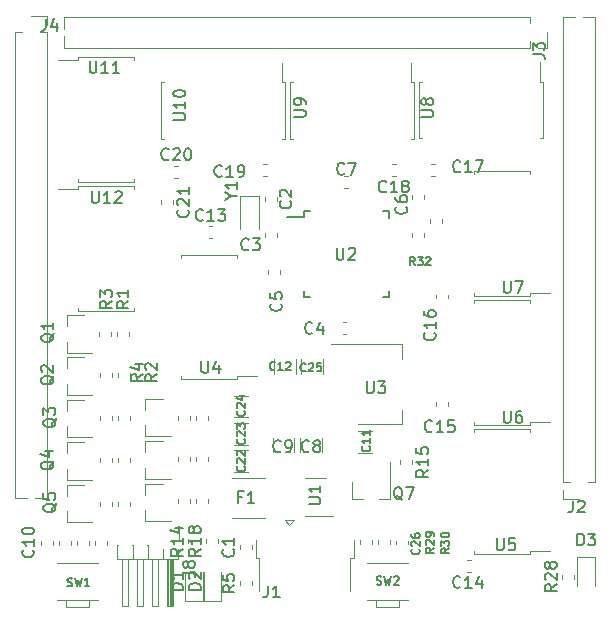
<source format=gto>
G04 #@! TF.GenerationSoftware,KiCad,Pcbnew,5.1.4*
G04 #@! TF.CreationDate,2019-11-13T17:36:06+01:00*
G04 #@! TF.ProjectId,cubet_hw,63756265-745f-4687-972e-6b696361645f,rev?*
G04 #@! TF.SameCoordinates,Original*
G04 #@! TF.FileFunction,Legend,Top*
G04 #@! TF.FilePolarity,Positive*
%FSLAX46Y46*%
G04 Gerber Fmt 4.6, Leading zero omitted, Abs format (unit mm)*
G04 Created by KiCad (PCBNEW 5.1.4) date 2019-11-13 17:36:06*
%MOMM*%
%LPD*%
G04 APERTURE LIST*
%ADD10C,0.150000*%
%ADD11C,0.120000*%
G04 APERTURE END LIST*
D10*
X74875000Y-66975000D02*
X74875000Y-67400000D01*
X82125000Y-66975000D02*
X82125000Y-67500000D01*
X82125000Y-74225000D02*
X82125000Y-73700000D01*
X74875000Y-74225000D02*
X74875000Y-73700000D01*
X74875000Y-66975000D02*
X75400000Y-66975000D01*
X74875000Y-74225000D02*
X75400000Y-74225000D01*
X82125000Y-74225000D02*
X81600000Y-74225000D01*
X82125000Y-66975000D02*
X81600000Y-66975000D01*
X74875000Y-67400000D02*
X73500000Y-67400000D01*
D11*
X69285000Y-80905000D02*
X70950000Y-80905000D01*
X69285000Y-81160000D02*
X69285000Y-80905000D01*
X66900000Y-81160000D02*
X69285000Y-81160000D01*
X64515000Y-81160000D02*
X64515000Y-80905000D01*
X66900000Y-81160000D02*
X64515000Y-81160000D01*
X69285000Y-70640000D02*
X69285000Y-70895000D01*
X66900000Y-70640000D02*
X69285000Y-70640000D01*
X64515000Y-70640000D02*
X64515000Y-70895000D01*
X66900000Y-70640000D02*
X64515000Y-70640000D01*
X73077000Y-56035000D02*
X73077000Y-54370000D01*
X73332000Y-56035000D02*
X73077000Y-56035000D01*
X73332000Y-58420000D02*
X73332000Y-56035000D01*
X73332000Y-60805000D02*
X73077000Y-60805000D01*
X73332000Y-58420000D02*
X73332000Y-60805000D01*
X62812000Y-56035000D02*
X63067000Y-56035000D01*
X62812000Y-58420000D02*
X62812000Y-56035000D01*
X62812000Y-60805000D02*
X63067000Y-60805000D01*
X62812000Y-58420000D02*
X62812000Y-60805000D01*
X73734000Y-58420000D02*
X73734000Y-60805000D01*
X73734000Y-60805000D02*
X73989000Y-60805000D01*
X73734000Y-58420000D02*
X73734000Y-56035000D01*
X73734000Y-56035000D02*
X73989000Y-56035000D01*
X84254000Y-58420000D02*
X84254000Y-60805000D01*
X84254000Y-60805000D02*
X83999000Y-60805000D01*
X84254000Y-58420000D02*
X84254000Y-56035000D01*
X84254000Y-56035000D02*
X83999000Y-56035000D01*
X83999000Y-56035000D02*
X83999000Y-54370000D01*
X94079000Y-95683000D02*
X95744000Y-95683000D01*
X94079000Y-95938000D02*
X94079000Y-95683000D01*
X91694000Y-95938000D02*
X94079000Y-95938000D01*
X89309000Y-95938000D02*
X89309000Y-95683000D01*
X91694000Y-95938000D02*
X89309000Y-95938000D01*
X94079000Y-85418000D02*
X94079000Y-85673000D01*
X91694000Y-85418000D02*
X94079000Y-85418000D01*
X89309000Y-85418000D02*
X89309000Y-85673000D01*
X91694000Y-85418000D02*
X89309000Y-85418000D01*
X70166064Y-82590000D02*
X68961936Y-82590000D01*
X70166064Y-84410000D02*
X68961936Y-84410000D01*
X68843748Y-92930000D02*
X71616252Y-92930000D01*
X68843748Y-89510000D02*
X71616252Y-89510000D01*
X76435000Y-87377064D02*
X76435000Y-86172936D01*
X74615000Y-87377064D02*
X74615000Y-86172936D01*
X61481000Y-82861000D02*
X62941000Y-82861000D01*
X61481000Y-86021000D02*
X63641000Y-86021000D01*
X61481000Y-86021000D02*
X61481000Y-85091000D01*
X61481000Y-82861000D02*
X61481000Y-83791000D01*
X61481000Y-86436000D02*
X62941000Y-86436000D01*
X61481000Y-89596000D02*
X63641000Y-89596000D01*
X61481000Y-89596000D02*
X61481000Y-88666000D01*
X61481000Y-86436000D02*
X61481000Y-87366000D01*
X61481000Y-90011000D02*
X62941000Y-90011000D01*
X61481000Y-93171000D02*
X63641000Y-93171000D01*
X61481000Y-93171000D02*
X61481000Y-92241000D01*
X61481000Y-90011000D02*
X61481000Y-90941000D01*
X54840000Y-90120000D02*
X56300000Y-90120000D01*
X54840000Y-93280000D02*
X57000000Y-93280000D01*
X54840000Y-93280000D02*
X54840000Y-92350000D01*
X54840000Y-90120000D02*
X54840000Y-91050000D01*
X54840000Y-86520000D02*
X56300000Y-86520000D01*
X54840000Y-89680000D02*
X57000000Y-89680000D01*
X54840000Y-89680000D02*
X54840000Y-88750000D01*
X54840000Y-86520000D02*
X54840000Y-87450000D01*
X54840000Y-82920000D02*
X56300000Y-82920000D01*
X54840000Y-86080000D02*
X57000000Y-86080000D01*
X54840000Y-86080000D02*
X54840000Y-85150000D01*
X54840000Y-82920000D02*
X54840000Y-83850000D01*
X54840000Y-79320000D02*
X56300000Y-79320000D01*
X54840000Y-82480000D02*
X57000000Y-82480000D01*
X54840000Y-82480000D02*
X54840000Y-81550000D01*
X54840000Y-79320000D02*
X54840000Y-80250000D01*
X54840000Y-75761000D02*
X56300000Y-75761000D01*
X54840000Y-78921000D02*
X57000000Y-78921000D01*
X54840000Y-78921000D02*
X54840000Y-77991000D01*
X54840000Y-75761000D02*
X54840000Y-76691000D01*
X71590000Y-69162779D02*
X71590000Y-68837221D01*
X72610000Y-69162779D02*
X72610000Y-68837221D01*
X72610000Y-65737221D02*
X72610000Y-66062779D01*
X71590000Y-65737221D02*
X71590000Y-66062779D01*
X70166064Y-84890000D02*
X68961936Y-84890000D01*
X70166064Y-86710000D02*
X68961936Y-86710000D01*
X84072000Y-65572421D02*
X84072000Y-65897979D01*
X85092000Y-65572421D02*
X85092000Y-65897979D01*
X66785000Y-91671267D02*
X66785000Y-91328733D01*
X65765000Y-91671267D02*
X65765000Y-91328733D01*
X98200000Y-91310000D02*
X96870000Y-91310000D01*
X96870000Y-91310000D02*
X96870000Y-90550000D01*
X96870000Y-89915000D02*
X96870000Y-50485000D01*
X97892470Y-50485000D02*
X96870000Y-50485000D01*
X99530000Y-50485000D02*
X98507530Y-50485000D01*
X99530000Y-89915000D02*
X99530000Y-50485000D01*
X97440000Y-89915000D02*
X96870000Y-89915000D01*
X99530000Y-89915000D02*
X98960000Y-89915000D01*
X71100000Y-68500000D02*
X71100000Y-65650000D01*
X71100000Y-65650000D02*
X69500000Y-65650000D01*
X69500000Y-65650000D02*
X69500000Y-68500000D01*
X85092000Y-69106867D02*
X85092000Y-68764333D01*
X84072000Y-69106867D02*
X84072000Y-68764333D01*
X86616000Y-67989267D02*
X86616000Y-67646733D01*
X85596000Y-67989267D02*
X85596000Y-67646733D01*
X79020000Y-91310000D02*
X79020000Y-89850000D01*
X82180000Y-91310000D02*
X82180000Y-88150000D01*
X82180000Y-91310000D02*
X81250000Y-91310000D01*
X79020000Y-91310000D02*
X79950000Y-91310000D01*
X51800000Y-50390000D02*
X53130000Y-50390000D01*
X53130000Y-50390000D02*
X53130000Y-51150000D01*
X53130000Y-51785000D02*
X53130000Y-91215000D01*
X52107530Y-91215000D02*
X53130000Y-91215000D01*
X50470000Y-91215000D02*
X51492470Y-91215000D01*
X50470000Y-51785000D02*
X50470000Y-91215000D01*
X52560000Y-51785000D02*
X53130000Y-51785000D01*
X50470000Y-51785000D02*
X51040000Y-51785000D01*
X95460000Y-51800000D02*
X95460000Y-53130000D01*
X95460000Y-53130000D02*
X94700000Y-53130000D01*
X94065000Y-53130000D02*
X54635000Y-53130000D01*
X54635000Y-52107530D02*
X54635000Y-53130000D01*
X54635000Y-50470000D02*
X54635000Y-51492470D01*
X94065000Y-50470000D02*
X54635000Y-50470000D01*
X94065000Y-52560000D02*
X94065000Y-53130000D01*
X94065000Y-50470000D02*
X94065000Y-51040000D01*
X83745000Y-99844000D02*
X80245000Y-99844000D01*
X80245000Y-96744000D02*
X83745000Y-96744000D01*
X81045000Y-100494000D02*
X81045000Y-99844000D01*
X82945000Y-100494000D02*
X81045000Y-100494000D01*
X82945000Y-99844000D02*
X82945000Y-100494000D01*
X82715000Y-94837221D02*
X82715000Y-95162779D01*
X83735000Y-94837221D02*
X83735000Y-95162779D01*
X82205000Y-95152779D02*
X82205000Y-94827221D01*
X81185000Y-95152779D02*
X81185000Y-94827221D01*
X79660000Y-94827221D02*
X79660000Y-95152779D01*
X80680000Y-94827221D02*
X80680000Y-95152779D01*
X55781000Y-65099000D02*
X54116000Y-65099000D01*
X55781000Y-64844000D02*
X55781000Y-65099000D01*
X58166000Y-64844000D02*
X55781000Y-64844000D01*
X60551000Y-64844000D02*
X60551000Y-65099000D01*
X58166000Y-64844000D02*
X60551000Y-64844000D01*
X55781000Y-75364000D02*
X55781000Y-75109000D01*
X58166000Y-75364000D02*
X55781000Y-75364000D01*
X60551000Y-75364000D02*
X60551000Y-75109000D01*
X58166000Y-75364000D02*
X60551000Y-75364000D01*
X55781000Y-54177000D02*
X54116000Y-54177000D01*
X55781000Y-53922000D02*
X55781000Y-54177000D01*
X58166000Y-53922000D02*
X55781000Y-53922000D01*
X60551000Y-53922000D02*
X60551000Y-54177000D01*
X58166000Y-53922000D02*
X60551000Y-53922000D01*
X55781000Y-64442000D02*
X55781000Y-64187000D01*
X58166000Y-64442000D02*
X55781000Y-64442000D01*
X60551000Y-64442000D02*
X60551000Y-64187000D01*
X58166000Y-64442000D02*
X60551000Y-64442000D01*
X94905000Y-56015000D02*
X94905000Y-54350000D01*
X95160000Y-56015000D02*
X94905000Y-56015000D01*
X95160000Y-58400000D02*
X95160000Y-56015000D01*
X95160000Y-60785000D02*
X94905000Y-60785000D01*
X95160000Y-58400000D02*
X95160000Y-60785000D01*
X84640000Y-56015000D02*
X84895000Y-56015000D01*
X84640000Y-58400000D02*
X84640000Y-56015000D01*
X84640000Y-60785000D02*
X84895000Y-60785000D01*
X84640000Y-58400000D02*
X84640000Y-60785000D01*
X94079000Y-73839000D02*
X95744000Y-73839000D01*
X94079000Y-74094000D02*
X94079000Y-73839000D01*
X91694000Y-74094000D02*
X94079000Y-74094000D01*
X89309000Y-74094000D02*
X89309000Y-73839000D01*
X91694000Y-74094000D02*
X89309000Y-74094000D01*
X94079000Y-63574000D02*
X94079000Y-63829000D01*
X91694000Y-63574000D02*
X94079000Y-63574000D01*
X89309000Y-63574000D02*
X89309000Y-63829000D01*
X91694000Y-63574000D02*
X89309000Y-63574000D01*
X94079000Y-84761000D02*
X95744000Y-84761000D01*
X94079000Y-85016000D02*
X94079000Y-84761000D01*
X91694000Y-85016000D02*
X94079000Y-85016000D01*
X89309000Y-85016000D02*
X89309000Y-84761000D01*
X91694000Y-85016000D02*
X89309000Y-85016000D01*
X94079000Y-74496000D02*
X94079000Y-74751000D01*
X91694000Y-74496000D02*
X94079000Y-74496000D01*
X89309000Y-74496000D02*
X89309000Y-74751000D01*
X91694000Y-74496000D02*
X89309000Y-74496000D01*
X77200000Y-78190000D02*
X83210000Y-78190000D01*
X79450000Y-85010000D02*
X83210000Y-85010000D01*
X83210000Y-78190000D02*
X83210000Y-79450000D01*
X83210000Y-85010000D02*
X83210000Y-83750000D01*
X76760000Y-89510000D02*
X74960000Y-89510000D01*
X74960000Y-92730000D02*
X77410000Y-92730000D01*
X56679000Y-99850000D02*
X56679000Y-100500000D01*
X56679000Y-100500000D02*
X54779000Y-100500000D01*
X54779000Y-100500000D02*
X54779000Y-99850000D01*
X53979000Y-96750000D02*
X57479000Y-96750000D01*
X57479000Y-99850000D02*
X53979000Y-99850000D01*
X97785000Y-98071267D02*
X97785000Y-97728733D01*
X96765000Y-98071267D02*
X96765000Y-97728733D01*
X65251000Y-91319733D02*
X65251000Y-91662267D01*
X64231000Y-91319733D02*
X64231000Y-91662267D01*
X65260000Y-87728733D02*
X65260000Y-88071267D01*
X64240000Y-87728733D02*
X64240000Y-88071267D01*
X65790000Y-88071267D02*
X65790000Y-87728733D01*
X66810000Y-88071267D02*
X66810000Y-87728733D01*
X56735000Y-94887221D02*
X56735000Y-95212779D01*
X55715000Y-94887221D02*
X55715000Y-95212779D01*
X66635000Y-95071267D02*
X66635000Y-94728733D01*
X67655000Y-95071267D02*
X67655000Y-94728733D01*
X54165000Y-95212779D02*
X54165000Y-94887221D01*
X55185000Y-95212779D02*
X55185000Y-94887221D01*
X57240000Y-95212779D02*
X57240000Y-94887221D01*
X58260000Y-95212779D02*
X58260000Y-94887221D01*
X83040000Y-88037221D02*
X83040000Y-88362779D01*
X84060000Y-88037221D02*
X84060000Y-88362779D01*
X65110000Y-95071267D02*
X65110000Y-94728733D01*
X66130000Y-95071267D02*
X66130000Y-94728733D01*
X65251000Y-84269733D02*
X65251000Y-84612267D01*
X64231000Y-84269733D02*
X64231000Y-84612267D01*
X58651000Y-91569733D02*
X58651000Y-91912267D01*
X57631000Y-91569733D02*
X57631000Y-91912267D01*
X65731000Y-84612267D02*
X65731000Y-84269733D01*
X66751000Y-84612267D02*
X66751000Y-84269733D01*
X59131000Y-91912267D02*
X59131000Y-91569733D01*
X60151000Y-91912267D02*
X60151000Y-91569733D01*
X58651000Y-87869733D02*
X58651000Y-88212267D01*
X57631000Y-87869733D02*
X57631000Y-88212267D01*
X57631000Y-84269733D02*
X57631000Y-84612267D01*
X58651000Y-84269733D02*
X58651000Y-84612267D01*
X59131000Y-88212267D02*
X59131000Y-87869733D01*
X60151000Y-88212267D02*
X60151000Y-87869733D01*
X60151000Y-84612267D02*
X60151000Y-84269733D01*
X59131000Y-84612267D02*
X59131000Y-84269733D01*
X69490000Y-98612779D02*
X69490000Y-98287221D01*
X70510000Y-98612779D02*
X70510000Y-98287221D01*
X57631000Y-80669733D02*
X57631000Y-81012267D01*
X58651000Y-80669733D02*
X58651000Y-81012267D01*
X57590000Y-77169733D02*
X57590000Y-77512267D01*
X58610000Y-77169733D02*
X58610000Y-77512267D01*
X60151000Y-81012267D02*
X60151000Y-80669733D01*
X59131000Y-81012267D02*
X59131000Y-80669733D01*
X60110000Y-77512267D02*
X60110000Y-77169733D01*
X59090000Y-77512267D02*
X59090000Y-77169733D01*
X64275000Y-95560000D02*
X64275000Y-96360000D01*
X64275000Y-96360000D02*
X59075000Y-96360000D01*
X59075000Y-96360000D02*
X59075000Y-95240000D01*
X59075000Y-95240000D02*
X59150323Y-95240000D01*
X63840000Y-96360000D02*
X63840000Y-100360000D01*
X63840000Y-100360000D02*
X63320000Y-100360000D01*
X63320000Y-100360000D02*
X63320000Y-96360000D01*
X63780000Y-96360000D02*
X63780000Y-100360000D01*
X63660000Y-96360000D02*
X63660000Y-100360000D01*
X63540000Y-96360000D02*
X63540000Y-100360000D01*
X63420000Y-96360000D02*
X63420000Y-100360000D01*
X62945000Y-95560000D02*
X62945000Y-96360000D01*
X62570000Y-96360000D02*
X62570000Y-100360000D01*
X62570000Y-100360000D02*
X62050000Y-100360000D01*
X62050000Y-100360000D02*
X62050000Y-96360000D01*
X61675000Y-95240000D02*
X61675000Y-96360000D01*
X61690323Y-95240000D02*
X61659677Y-95240000D01*
X61300000Y-96360000D02*
X61300000Y-100360000D01*
X61300000Y-100360000D02*
X60780000Y-100360000D01*
X60780000Y-100360000D02*
X60780000Y-96360000D01*
X60405000Y-95240000D02*
X60405000Y-96360000D01*
X60420323Y-95240000D02*
X60389677Y-95240000D01*
X60030000Y-96360000D02*
X60030000Y-100360000D01*
X60030000Y-100360000D02*
X59510000Y-100360000D01*
X59510000Y-100360000D02*
X59510000Y-96360000D01*
X63580000Y-94040000D02*
X64340000Y-94040000D01*
X64340000Y-94040000D02*
X64340000Y-94800000D01*
X73675000Y-93540000D02*
X73275000Y-93090000D01*
X73275000Y-93090000D02*
X74075000Y-93090000D01*
X74075000Y-93090000D02*
X73675000Y-93540000D01*
X78825000Y-99140000D02*
X78825000Y-96340000D01*
X78825000Y-96340000D02*
X79125000Y-96340000D01*
X79125000Y-96340000D02*
X79125000Y-94790000D01*
X71125000Y-99140000D02*
X71125000Y-96340000D01*
X70825000Y-96340000D02*
X71125000Y-96340000D01*
X70825000Y-96340000D02*
X70825000Y-94790000D01*
X98065000Y-96240000D02*
X98065000Y-98700000D01*
X99535000Y-96240000D02*
X98065000Y-96240000D01*
X99535000Y-98700000D02*
X99535000Y-96240000D01*
X66410000Y-97475000D02*
X66410000Y-99935000D01*
X66410000Y-99935000D02*
X67880000Y-99935000D01*
X67880000Y-99935000D02*
X67880000Y-97475000D01*
X64874000Y-97465000D02*
X64874000Y-99925000D01*
X64874000Y-99925000D02*
X66344000Y-99925000D01*
X66344000Y-99925000D02*
X66344000Y-97465000D01*
X76510000Y-80702064D02*
X76510000Y-79497936D01*
X74690000Y-80702064D02*
X74690000Y-79497936D01*
X70166064Y-87190000D02*
X68961936Y-87190000D01*
X70166064Y-89010000D02*
X68961936Y-89010000D01*
X62790000Y-66037221D02*
X62790000Y-66362779D01*
X63810000Y-66037221D02*
X63810000Y-66362779D01*
X63937221Y-64110000D02*
X64262779Y-64110000D01*
X63937221Y-63090000D02*
X64262779Y-63090000D01*
X71762779Y-62990000D02*
X71437221Y-62990000D01*
X71762779Y-64010000D02*
X71437221Y-64010000D01*
X82675279Y-62965000D02*
X82349721Y-62965000D01*
X82675279Y-63985000D02*
X82349721Y-63985000D01*
X86014779Y-62965000D02*
X85689221Y-62965000D01*
X86014779Y-63985000D02*
X85689221Y-63985000D01*
X86090000Y-74005221D02*
X86090000Y-74330779D01*
X87110000Y-74005221D02*
X87110000Y-74330779D01*
X87110000Y-83462779D02*
X87110000Y-83137221D01*
X86090000Y-83462779D02*
X86090000Y-83137221D01*
X88737221Y-97538000D02*
X89062779Y-97538000D01*
X88737221Y-96518000D02*
X89062779Y-96518000D01*
X66837221Y-69260000D02*
X67162779Y-69260000D01*
X66837221Y-68240000D02*
X67162779Y-68240000D01*
X74210000Y-80702064D02*
X74210000Y-79497936D01*
X72390000Y-80702064D02*
X72390000Y-79497936D01*
X79497936Y-87410000D02*
X80702064Y-87410000D01*
X79497936Y-85590000D02*
X80702064Y-85590000D01*
X53660000Y-94887221D02*
X53660000Y-95212779D01*
X52640000Y-94887221D02*
X52640000Y-95212779D01*
X74110000Y-87377064D02*
X74110000Y-86172936D01*
X72290000Y-87377064D02*
X72290000Y-86172936D01*
X78337221Y-63990000D02*
X78662779Y-63990000D01*
X78337221Y-65010000D02*
X78662779Y-65010000D01*
X71890000Y-72262779D02*
X71890000Y-71937221D01*
X72910000Y-72262779D02*
X72910000Y-71937221D01*
X78512779Y-76290000D02*
X78187221Y-76290000D01*
X78512779Y-77310000D02*
X78187221Y-77310000D01*
X69480000Y-95575279D02*
X69480000Y-95249721D01*
X70500000Y-95575279D02*
X70500000Y-95249721D01*
D10*
X77688095Y-70052380D02*
X77688095Y-70861904D01*
X77735714Y-70957142D01*
X77783333Y-71004761D01*
X77878571Y-71052380D01*
X78069047Y-71052380D01*
X78164285Y-71004761D01*
X78211904Y-70957142D01*
X78259523Y-70861904D01*
X78259523Y-70052380D01*
X78688095Y-70147619D02*
X78735714Y-70100000D01*
X78830952Y-70052380D01*
X79069047Y-70052380D01*
X79164285Y-70100000D01*
X79211904Y-70147619D01*
X79259523Y-70242857D01*
X79259523Y-70338095D01*
X79211904Y-70480952D01*
X78640476Y-71052380D01*
X79259523Y-71052380D01*
X66238095Y-79652380D02*
X66238095Y-80461904D01*
X66285714Y-80557142D01*
X66333333Y-80604761D01*
X66428571Y-80652380D01*
X66619047Y-80652380D01*
X66714285Y-80604761D01*
X66761904Y-80557142D01*
X66809523Y-80461904D01*
X66809523Y-79652380D01*
X67714285Y-79985714D02*
X67714285Y-80652380D01*
X67476190Y-79604761D02*
X67238095Y-80319047D01*
X67857142Y-80319047D01*
X63852380Y-59238095D02*
X64661904Y-59238095D01*
X64757142Y-59190476D01*
X64804761Y-59142857D01*
X64852380Y-59047619D01*
X64852380Y-58857142D01*
X64804761Y-58761904D01*
X64757142Y-58714285D01*
X64661904Y-58666666D01*
X63852380Y-58666666D01*
X64852380Y-57666666D02*
X64852380Y-58238095D01*
X64852380Y-57952380D02*
X63852380Y-57952380D01*
X63995238Y-58047619D01*
X64090476Y-58142857D01*
X64138095Y-58238095D01*
X63852380Y-57047619D02*
X63852380Y-56952380D01*
X63900000Y-56857142D01*
X63947619Y-56809523D01*
X64042857Y-56761904D01*
X64233333Y-56714285D01*
X64471428Y-56714285D01*
X64661904Y-56761904D01*
X64757142Y-56809523D01*
X64804761Y-56857142D01*
X64852380Y-56952380D01*
X64852380Y-57047619D01*
X64804761Y-57142857D01*
X64757142Y-57190476D01*
X64661904Y-57238095D01*
X64471428Y-57285714D01*
X64233333Y-57285714D01*
X64042857Y-57238095D01*
X63947619Y-57190476D01*
X63900000Y-57142857D01*
X63852380Y-57047619D01*
X74052380Y-58961904D02*
X74861904Y-58961904D01*
X74957142Y-58914285D01*
X75004761Y-58866666D01*
X75052380Y-58771428D01*
X75052380Y-58580952D01*
X75004761Y-58485714D01*
X74957142Y-58438095D01*
X74861904Y-58390476D01*
X74052380Y-58390476D01*
X75052380Y-57866666D02*
X75052380Y-57676190D01*
X75004761Y-57580952D01*
X74957142Y-57533333D01*
X74814285Y-57438095D01*
X74623809Y-57390476D01*
X74242857Y-57390476D01*
X74147619Y-57438095D01*
X74100000Y-57485714D01*
X74052380Y-57580952D01*
X74052380Y-57771428D01*
X74100000Y-57866666D01*
X74147619Y-57914285D01*
X74242857Y-57961904D01*
X74480952Y-57961904D01*
X74576190Y-57914285D01*
X74623809Y-57866666D01*
X74671428Y-57771428D01*
X74671428Y-57580952D01*
X74623809Y-57485714D01*
X74576190Y-57438095D01*
X74480952Y-57390476D01*
X91238095Y-94652380D02*
X91238095Y-95461904D01*
X91285714Y-95557142D01*
X91333333Y-95604761D01*
X91428571Y-95652380D01*
X91619047Y-95652380D01*
X91714285Y-95604761D01*
X91761904Y-95557142D01*
X91809523Y-95461904D01*
X91809523Y-94652380D01*
X92761904Y-94652380D02*
X92285714Y-94652380D01*
X92238095Y-95128571D01*
X92285714Y-95080952D01*
X92380952Y-95033333D01*
X92619047Y-95033333D01*
X92714285Y-95080952D01*
X92761904Y-95128571D01*
X92809523Y-95223809D01*
X92809523Y-95461904D01*
X92761904Y-95557142D01*
X92714285Y-95604761D01*
X92619047Y-95652380D01*
X92380952Y-95652380D01*
X92285714Y-95604761D01*
X92238095Y-95557142D01*
X69850000Y-83850000D02*
X69883333Y-83883333D01*
X69916666Y-83983333D01*
X69916666Y-84050000D01*
X69883333Y-84150000D01*
X69816666Y-84216666D01*
X69750000Y-84250000D01*
X69616666Y-84283333D01*
X69516666Y-84283333D01*
X69383333Y-84250000D01*
X69316666Y-84216666D01*
X69250000Y-84150000D01*
X69216666Y-84050000D01*
X69216666Y-83983333D01*
X69250000Y-83883333D01*
X69283333Y-83850000D01*
X69283333Y-83583333D02*
X69250000Y-83550000D01*
X69216666Y-83483333D01*
X69216666Y-83316666D01*
X69250000Y-83250000D01*
X69283333Y-83216666D01*
X69350000Y-83183333D01*
X69416666Y-83183333D01*
X69516666Y-83216666D01*
X69916666Y-83616666D01*
X69916666Y-83183333D01*
X69450000Y-82583333D02*
X69916666Y-82583333D01*
X69183333Y-82750000D02*
X69683333Y-82916666D01*
X69683333Y-82483333D01*
X69666666Y-91128571D02*
X69333333Y-91128571D01*
X69333333Y-91652380D02*
X69333333Y-90652380D01*
X69809523Y-90652380D01*
X70714285Y-91652380D02*
X70142857Y-91652380D01*
X70428571Y-91652380D02*
X70428571Y-90652380D01*
X70333333Y-90795238D01*
X70238095Y-90890476D01*
X70142857Y-90938095D01*
X75333333Y-87257142D02*
X75285714Y-87304761D01*
X75142857Y-87352380D01*
X75047619Y-87352380D01*
X74904761Y-87304761D01*
X74809523Y-87209523D01*
X74761904Y-87114285D01*
X74714285Y-86923809D01*
X74714285Y-86780952D01*
X74761904Y-86590476D01*
X74809523Y-86495238D01*
X74904761Y-86400000D01*
X75047619Y-86352380D01*
X75142857Y-86352380D01*
X75285714Y-86400000D01*
X75333333Y-86447619D01*
X75904761Y-86780952D02*
X75809523Y-86733333D01*
X75761904Y-86685714D01*
X75714285Y-86590476D01*
X75714285Y-86542857D01*
X75761904Y-86447619D01*
X75809523Y-86400000D01*
X75904761Y-86352380D01*
X76095238Y-86352380D01*
X76190476Y-86400000D01*
X76238095Y-86447619D01*
X76285714Y-86542857D01*
X76285714Y-86590476D01*
X76238095Y-86685714D01*
X76190476Y-86733333D01*
X76095238Y-86780952D01*
X75904761Y-86780952D01*
X75809523Y-86828571D01*
X75761904Y-86876190D01*
X75714285Y-86971428D01*
X75714285Y-87161904D01*
X75761904Y-87257142D01*
X75809523Y-87304761D01*
X75904761Y-87352380D01*
X76095238Y-87352380D01*
X76190476Y-87304761D01*
X76238095Y-87257142D01*
X76285714Y-87161904D01*
X76285714Y-86971428D01*
X76238095Y-86876190D01*
X76190476Y-86828571D01*
X76095238Y-86780952D01*
X53947619Y-91695238D02*
X53900000Y-91790476D01*
X53804761Y-91885714D01*
X53661904Y-92028571D01*
X53614285Y-92123809D01*
X53614285Y-92219047D01*
X53852380Y-92171428D02*
X53804761Y-92266666D01*
X53709523Y-92361904D01*
X53519047Y-92409523D01*
X53185714Y-92409523D01*
X52995238Y-92361904D01*
X52900000Y-92266666D01*
X52852380Y-92171428D01*
X52852380Y-91980952D01*
X52900000Y-91885714D01*
X52995238Y-91790476D01*
X53185714Y-91742857D01*
X53519047Y-91742857D01*
X53709523Y-91790476D01*
X53804761Y-91885714D01*
X53852380Y-91980952D01*
X53852380Y-92171428D01*
X52852380Y-90838095D02*
X52852380Y-91314285D01*
X53328571Y-91361904D01*
X53280952Y-91314285D01*
X53233333Y-91219047D01*
X53233333Y-90980952D01*
X53280952Y-90885714D01*
X53328571Y-90838095D01*
X53423809Y-90790476D01*
X53661904Y-90790476D01*
X53757142Y-90838095D01*
X53804761Y-90885714D01*
X53852380Y-90980952D01*
X53852380Y-91219047D01*
X53804761Y-91314285D01*
X53757142Y-91361904D01*
X53747619Y-88095238D02*
X53700000Y-88190476D01*
X53604761Y-88285714D01*
X53461904Y-88428571D01*
X53414285Y-88523809D01*
X53414285Y-88619047D01*
X53652380Y-88571428D02*
X53604761Y-88666666D01*
X53509523Y-88761904D01*
X53319047Y-88809523D01*
X52985714Y-88809523D01*
X52795238Y-88761904D01*
X52700000Y-88666666D01*
X52652380Y-88571428D01*
X52652380Y-88380952D01*
X52700000Y-88285714D01*
X52795238Y-88190476D01*
X52985714Y-88142857D01*
X53319047Y-88142857D01*
X53509523Y-88190476D01*
X53604761Y-88285714D01*
X53652380Y-88380952D01*
X53652380Y-88571428D01*
X52985714Y-87285714D02*
X53652380Y-87285714D01*
X52604761Y-87523809D02*
X53319047Y-87761904D01*
X53319047Y-87142857D01*
X53947619Y-84495238D02*
X53900000Y-84590476D01*
X53804761Y-84685714D01*
X53661904Y-84828571D01*
X53614285Y-84923809D01*
X53614285Y-85019047D01*
X53852380Y-84971428D02*
X53804761Y-85066666D01*
X53709523Y-85161904D01*
X53519047Y-85209523D01*
X53185714Y-85209523D01*
X52995238Y-85161904D01*
X52900000Y-85066666D01*
X52852380Y-84971428D01*
X52852380Y-84780952D01*
X52900000Y-84685714D01*
X52995238Y-84590476D01*
X53185714Y-84542857D01*
X53519047Y-84542857D01*
X53709523Y-84590476D01*
X53804761Y-84685714D01*
X53852380Y-84780952D01*
X53852380Y-84971428D01*
X52852380Y-84209523D02*
X52852380Y-83590476D01*
X53233333Y-83923809D01*
X53233333Y-83780952D01*
X53280952Y-83685714D01*
X53328571Y-83638095D01*
X53423809Y-83590476D01*
X53661904Y-83590476D01*
X53757142Y-83638095D01*
X53804761Y-83685714D01*
X53852380Y-83780952D01*
X53852380Y-84066666D01*
X53804761Y-84161904D01*
X53757142Y-84209523D01*
X53747619Y-80895238D02*
X53700000Y-80990476D01*
X53604761Y-81085714D01*
X53461904Y-81228571D01*
X53414285Y-81323809D01*
X53414285Y-81419047D01*
X53652380Y-81371428D02*
X53604761Y-81466666D01*
X53509523Y-81561904D01*
X53319047Y-81609523D01*
X52985714Y-81609523D01*
X52795238Y-81561904D01*
X52700000Y-81466666D01*
X52652380Y-81371428D01*
X52652380Y-81180952D01*
X52700000Y-81085714D01*
X52795238Y-80990476D01*
X52985714Y-80942857D01*
X53319047Y-80942857D01*
X53509523Y-80990476D01*
X53604761Y-81085714D01*
X53652380Y-81180952D01*
X53652380Y-81371428D01*
X52747619Y-80561904D02*
X52700000Y-80514285D01*
X52652380Y-80419047D01*
X52652380Y-80180952D01*
X52700000Y-80085714D01*
X52747619Y-80038095D01*
X52842857Y-79990476D01*
X52938095Y-79990476D01*
X53080952Y-80038095D01*
X53652380Y-80609523D01*
X53652380Y-79990476D01*
X53747619Y-77295238D02*
X53700000Y-77390476D01*
X53604761Y-77485714D01*
X53461904Y-77628571D01*
X53414285Y-77723809D01*
X53414285Y-77819047D01*
X53652380Y-77771428D02*
X53604761Y-77866666D01*
X53509523Y-77961904D01*
X53319047Y-78009523D01*
X52985714Y-78009523D01*
X52795238Y-77961904D01*
X52700000Y-77866666D01*
X52652380Y-77771428D01*
X52652380Y-77580952D01*
X52700000Y-77485714D01*
X52795238Y-77390476D01*
X52985714Y-77342857D01*
X53319047Y-77342857D01*
X53509523Y-77390476D01*
X53604761Y-77485714D01*
X53652380Y-77580952D01*
X53652380Y-77771428D01*
X53652380Y-76390476D02*
X53652380Y-76961904D01*
X53652380Y-76676190D02*
X52652380Y-76676190D01*
X52795238Y-76771428D01*
X52890476Y-76866666D01*
X52938095Y-76961904D01*
X70233333Y-70157142D02*
X70185714Y-70204761D01*
X70042857Y-70252380D01*
X69947619Y-70252380D01*
X69804761Y-70204761D01*
X69709523Y-70109523D01*
X69661904Y-70014285D01*
X69614285Y-69823809D01*
X69614285Y-69680952D01*
X69661904Y-69490476D01*
X69709523Y-69395238D01*
X69804761Y-69300000D01*
X69947619Y-69252380D01*
X70042857Y-69252380D01*
X70185714Y-69300000D01*
X70233333Y-69347619D01*
X70566666Y-69252380D02*
X71185714Y-69252380D01*
X70852380Y-69633333D01*
X70995238Y-69633333D01*
X71090476Y-69680952D01*
X71138095Y-69728571D01*
X71185714Y-69823809D01*
X71185714Y-70061904D01*
X71138095Y-70157142D01*
X71090476Y-70204761D01*
X70995238Y-70252380D01*
X70709523Y-70252380D01*
X70614285Y-70204761D01*
X70566666Y-70157142D01*
X73757142Y-66066666D02*
X73804761Y-66114285D01*
X73852380Y-66257142D01*
X73852380Y-66352380D01*
X73804761Y-66495238D01*
X73709523Y-66590476D01*
X73614285Y-66638095D01*
X73423809Y-66685714D01*
X73280952Y-66685714D01*
X73090476Y-66638095D01*
X72995238Y-66590476D01*
X72900000Y-66495238D01*
X72852380Y-66352380D01*
X72852380Y-66257142D01*
X72900000Y-66114285D01*
X72947619Y-66066666D01*
X72947619Y-65685714D02*
X72900000Y-65638095D01*
X72852380Y-65542857D01*
X72852380Y-65304761D01*
X72900000Y-65209523D01*
X72947619Y-65161904D01*
X73042857Y-65114285D01*
X73138095Y-65114285D01*
X73280952Y-65161904D01*
X73852380Y-65733333D01*
X73852380Y-65114285D01*
X69850000Y-86250000D02*
X69883333Y-86283333D01*
X69916666Y-86383333D01*
X69916666Y-86450000D01*
X69883333Y-86550000D01*
X69816666Y-86616666D01*
X69750000Y-86650000D01*
X69616666Y-86683333D01*
X69516666Y-86683333D01*
X69383333Y-86650000D01*
X69316666Y-86616666D01*
X69250000Y-86550000D01*
X69216666Y-86450000D01*
X69216666Y-86383333D01*
X69250000Y-86283333D01*
X69283333Y-86250000D01*
X69283333Y-85983333D02*
X69250000Y-85950000D01*
X69216666Y-85883333D01*
X69216666Y-85716666D01*
X69250000Y-85650000D01*
X69283333Y-85616666D01*
X69350000Y-85583333D01*
X69416666Y-85583333D01*
X69516666Y-85616666D01*
X69916666Y-86016666D01*
X69916666Y-85583333D01*
X69216666Y-85350000D02*
X69216666Y-84916666D01*
X69483333Y-85150000D01*
X69483333Y-85050000D01*
X69516666Y-84983333D01*
X69550000Y-84950000D01*
X69616666Y-84916666D01*
X69783333Y-84916666D01*
X69850000Y-84950000D01*
X69883333Y-84983333D01*
X69916666Y-85050000D01*
X69916666Y-85250000D01*
X69883333Y-85316666D01*
X69850000Y-85350000D01*
X83557142Y-66566666D02*
X83604761Y-66614285D01*
X83652380Y-66757142D01*
X83652380Y-66852380D01*
X83604761Y-66995238D01*
X83509523Y-67090476D01*
X83414285Y-67138095D01*
X83223809Y-67185714D01*
X83080952Y-67185714D01*
X82890476Y-67138095D01*
X82795238Y-67090476D01*
X82700000Y-66995238D01*
X82652380Y-66852380D01*
X82652380Y-66757142D01*
X82700000Y-66614285D01*
X82747619Y-66566666D01*
X82652380Y-65709523D02*
X82652380Y-65900000D01*
X82700000Y-65995238D01*
X82747619Y-66042857D01*
X82890476Y-66138095D01*
X83080952Y-66185714D01*
X83461904Y-66185714D01*
X83557142Y-66138095D01*
X83604761Y-66090476D01*
X83652380Y-65995238D01*
X83652380Y-65804761D01*
X83604761Y-65709523D01*
X83557142Y-65661904D01*
X83461904Y-65614285D01*
X83223809Y-65614285D01*
X83128571Y-65661904D01*
X83080952Y-65709523D01*
X83033333Y-65804761D01*
X83033333Y-65995238D01*
X83080952Y-66090476D01*
X83128571Y-66138095D01*
X83223809Y-66185714D01*
X97666666Y-91452380D02*
X97666666Y-92166666D01*
X97619047Y-92309523D01*
X97523809Y-92404761D01*
X97380952Y-92452380D01*
X97285714Y-92452380D01*
X98095238Y-91547619D02*
X98142857Y-91500000D01*
X98238095Y-91452380D01*
X98476190Y-91452380D01*
X98571428Y-91500000D01*
X98619047Y-91547619D01*
X98666666Y-91642857D01*
X98666666Y-91738095D01*
X98619047Y-91880952D01*
X98047619Y-92452380D01*
X98666666Y-92452380D01*
X68776190Y-65676190D02*
X69252380Y-65676190D01*
X68252380Y-66009523D02*
X68776190Y-65676190D01*
X68252380Y-65342857D01*
X69252380Y-64485714D02*
X69252380Y-65057142D01*
X69252380Y-64771428D02*
X68252380Y-64771428D01*
X68395238Y-64866666D01*
X68490476Y-64961904D01*
X68538095Y-65057142D01*
X84300000Y-71516666D02*
X84066666Y-71183333D01*
X83900000Y-71516666D02*
X83900000Y-70816666D01*
X84166666Y-70816666D01*
X84233333Y-70850000D01*
X84266666Y-70883333D01*
X84300000Y-70950000D01*
X84300000Y-71050000D01*
X84266666Y-71116666D01*
X84233333Y-71150000D01*
X84166666Y-71183333D01*
X83900000Y-71183333D01*
X84533333Y-70816666D02*
X84966666Y-70816666D01*
X84733333Y-71083333D01*
X84833333Y-71083333D01*
X84900000Y-71116666D01*
X84933333Y-71150000D01*
X84966666Y-71216666D01*
X84966666Y-71383333D01*
X84933333Y-71450000D01*
X84900000Y-71483333D01*
X84833333Y-71516666D01*
X84633333Y-71516666D01*
X84566666Y-71483333D01*
X84533333Y-71450000D01*
X85233333Y-70883333D02*
X85266666Y-70850000D01*
X85333333Y-70816666D01*
X85500000Y-70816666D01*
X85566666Y-70850000D01*
X85600000Y-70883333D01*
X85633333Y-70950000D01*
X85633333Y-71016666D01*
X85600000Y-71116666D01*
X85200000Y-71516666D01*
X85633333Y-71516666D01*
X83254761Y-91397619D02*
X83159523Y-91350000D01*
X83064285Y-91254761D01*
X82921428Y-91111904D01*
X82826190Y-91064285D01*
X82730952Y-91064285D01*
X82778571Y-91302380D02*
X82683333Y-91254761D01*
X82588095Y-91159523D01*
X82540476Y-90969047D01*
X82540476Y-90635714D01*
X82588095Y-90445238D01*
X82683333Y-90350000D01*
X82778571Y-90302380D01*
X82969047Y-90302380D01*
X83064285Y-90350000D01*
X83159523Y-90445238D01*
X83207142Y-90635714D01*
X83207142Y-90969047D01*
X83159523Y-91159523D01*
X83064285Y-91254761D01*
X82969047Y-91302380D01*
X82778571Y-91302380D01*
X83540476Y-90302380D02*
X84207142Y-90302380D01*
X83778571Y-91302380D01*
X53066666Y-50652380D02*
X53066666Y-51366666D01*
X53019047Y-51509523D01*
X52923809Y-51604761D01*
X52780952Y-51652380D01*
X52685714Y-51652380D01*
X53971428Y-50985714D02*
X53971428Y-51652380D01*
X53733333Y-50604761D02*
X53495238Y-51319047D01*
X54114285Y-51319047D01*
X94302380Y-53683333D02*
X95016666Y-53683333D01*
X95159523Y-53730952D01*
X95254761Y-53826190D01*
X95302380Y-53969047D01*
X95302380Y-54064285D01*
X94302380Y-53302380D02*
X94302380Y-52683333D01*
X94683333Y-53016666D01*
X94683333Y-52873809D01*
X94730952Y-52778571D01*
X94778571Y-52730952D01*
X94873809Y-52683333D01*
X95111904Y-52683333D01*
X95207142Y-52730952D01*
X95254761Y-52778571D01*
X95302380Y-52873809D01*
X95302380Y-53159523D01*
X95254761Y-53254761D01*
X95207142Y-53302380D01*
X81066666Y-98533333D02*
X81166666Y-98566666D01*
X81333333Y-98566666D01*
X81400000Y-98533333D01*
X81433333Y-98500000D01*
X81466666Y-98433333D01*
X81466666Y-98366666D01*
X81433333Y-98300000D01*
X81400000Y-98266666D01*
X81333333Y-98233333D01*
X81200000Y-98200000D01*
X81133333Y-98166666D01*
X81100000Y-98133333D01*
X81066666Y-98066666D01*
X81066666Y-98000000D01*
X81100000Y-97933333D01*
X81133333Y-97900000D01*
X81200000Y-97866666D01*
X81366666Y-97866666D01*
X81466666Y-97900000D01*
X81700000Y-97866666D02*
X81866666Y-98566666D01*
X82000000Y-98066666D01*
X82133333Y-98566666D01*
X82300000Y-97866666D01*
X82533333Y-97933333D02*
X82566666Y-97900000D01*
X82633333Y-97866666D01*
X82800000Y-97866666D01*
X82866666Y-97900000D01*
X82900000Y-97933333D01*
X82933333Y-98000000D01*
X82933333Y-98066666D01*
X82900000Y-98166666D01*
X82500000Y-98566666D01*
X82933333Y-98566666D01*
X87216666Y-95500000D02*
X86883333Y-95733333D01*
X87216666Y-95900000D02*
X86516666Y-95900000D01*
X86516666Y-95633333D01*
X86550000Y-95566666D01*
X86583333Y-95533333D01*
X86650000Y-95500000D01*
X86750000Y-95500000D01*
X86816666Y-95533333D01*
X86850000Y-95566666D01*
X86883333Y-95633333D01*
X86883333Y-95900000D01*
X86516666Y-95266666D02*
X86516666Y-94833333D01*
X86783333Y-95066666D01*
X86783333Y-94966666D01*
X86816666Y-94900000D01*
X86850000Y-94866666D01*
X86916666Y-94833333D01*
X87083333Y-94833333D01*
X87150000Y-94866666D01*
X87183333Y-94900000D01*
X87216666Y-94966666D01*
X87216666Y-95166666D01*
X87183333Y-95233333D01*
X87150000Y-95266666D01*
X86516666Y-94400000D02*
X86516666Y-94333333D01*
X86550000Y-94266666D01*
X86583333Y-94233333D01*
X86650000Y-94200000D01*
X86783333Y-94166666D01*
X86950000Y-94166666D01*
X87083333Y-94200000D01*
X87150000Y-94233333D01*
X87183333Y-94266666D01*
X87216666Y-94333333D01*
X87216666Y-94400000D01*
X87183333Y-94466666D01*
X87150000Y-94500000D01*
X87083333Y-94533333D01*
X86950000Y-94566666D01*
X86783333Y-94566666D01*
X86650000Y-94533333D01*
X86583333Y-94500000D01*
X86550000Y-94466666D01*
X86516666Y-94400000D01*
X85916666Y-95450000D02*
X85583333Y-95683333D01*
X85916666Y-95850000D02*
X85216666Y-95850000D01*
X85216666Y-95583333D01*
X85250000Y-95516666D01*
X85283333Y-95483333D01*
X85350000Y-95450000D01*
X85450000Y-95450000D01*
X85516666Y-95483333D01*
X85550000Y-95516666D01*
X85583333Y-95583333D01*
X85583333Y-95850000D01*
X85283333Y-95183333D02*
X85250000Y-95150000D01*
X85216666Y-95083333D01*
X85216666Y-94916666D01*
X85250000Y-94850000D01*
X85283333Y-94816666D01*
X85350000Y-94783333D01*
X85416666Y-94783333D01*
X85516666Y-94816666D01*
X85916666Y-95216666D01*
X85916666Y-94783333D01*
X85916666Y-94450000D02*
X85916666Y-94316666D01*
X85883333Y-94250000D01*
X85850000Y-94216666D01*
X85750000Y-94150000D01*
X85616666Y-94116666D01*
X85350000Y-94116666D01*
X85283333Y-94150000D01*
X85250000Y-94183333D01*
X85216666Y-94250000D01*
X85216666Y-94383333D01*
X85250000Y-94450000D01*
X85283333Y-94483333D01*
X85350000Y-94516666D01*
X85516666Y-94516666D01*
X85583333Y-94483333D01*
X85616666Y-94450000D01*
X85650000Y-94383333D01*
X85650000Y-94250000D01*
X85616666Y-94183333D01*
X85583333Y-94150000D01*
X85516666Y-94116666D01*
X84650000Y-95550000D02*
X84683333Y-95583333D01*
X84716666Y-95683333D01*
X84716666Y-95750000D01*
X84683333Y-95850000D01*
X84616666Y-95916666D01*
X84550000Y-95950000D01*
X84416666Y-95983333D01*
X84316666Y-95983333D01*
X84183333Y-95950000D01*
X84116666Y-95916666D01*
X84050000Y-95850000D01*
X84016666Y-95750000D01*
X84016666Y-95683333D01*
X84050000Y-95583333D01*
X84083333Y-95550000D01*
X84083333Y-95283333D02*
X84050000Y-95250000D01*
X84016666Y-95183333D01*
X84016666Y-95016666D01*
X84050000Y-94950000D01*
X84083333Y-94916666D01*
X84150000Y-94883333D01*
X84216666Y-94883333D01*
X84316666Y-94916666D01*
X84716666Y-95316666D01*
X84716666Y-94883333D01*
X84016666Y-94283333D02*
X84016666Y-94416666D01*
X84050000Y-94483333D01*
X84083333Y-94516666D01*
X84183333Y-94583333D01*
X84316666Y-94616666D01*
X84583333Y-94616666D01*
X84650000Y-94583333D01*
X84683333Y-94550000D01*
X84716666Y-94483333D01*
X84716666Y-94350000D01*
X84683333Y-94283333D01*
X84650000Y-94250000D01*
X84583333Y-94216666D01*
X84416666Y-94216666D01*
X84350000Y-94250000D01*
X84316666Y-94283333D01*
X84283333Y-94350000D01*
X84283333Y-94483333D01*
X84316666Y-94550000D01*
X84350000Y-94583333D01*
X84416666Y-94616666D01*
X56961904Y-65252380D02*
X56961904Y-66061904D01*
X57009523Y-66157142D01*
X57057142Y-66204761D01*
X57152380Y-66252380D01*
X57342857Y-66252380D01*
X57438095Y-66204761D01*
X57485714Y-66157142D01*
X57533333Y-66061904D01*
X57533333Y-65252380D01*
X58533333Y-66252380D02*
X57961904Y-66252380D01*
X58247619Y-66252380D02*
X58247619Y-65252380D01*
X58152380Y-65395238D01*
X58057142Y-65490476D01*
X57961904Y-65538095D01*
X58914285Y-65347619D02*
X58961904Y-65300000D01*
X59057142Y-65252380D01*
X59295238Y-65252380D01*
X59390476Y-65300000D01*
X59438095Y-65347619D01*
X59485714Y-65442857D01*
X59485714Y-65538095D01*
X59438095Y-65680952D01*
X58866666Y-66252380D01*
X59485714Y-66252380D01*
X56761904Y-54252380D02*
X56761904Y-55061904D01*
X56809523Y-55157142D01*
X56857142Y-55204761D01*
X56952380Y-55252380D01*
X57142857Y-55252380D01*
X57238095Y-55204761D01*
X57285714Y-55157142D01*
X57333333Y-55061904D01*
X57333333Y-54252380D01*
X58333333Y-55252380D02*
X57761904Y-55252380D01*
X58047619Y-55252380D02*
X58047619Y-54252380D01*
X57952380Y-54395238D01*
X57857142Y-54490476D01*
X57761904Y-54538095D01*
X59285714Y-55252380D02*
X58714285Y-55252380D01*
X59000000Y-55252380D02*
X59000000Y-54252380D01*
X58904761Y-54395238D01*
X58809523Y-54490476D01*
X58714285Y-54538095D01*
X84852380Y-58961904D02*
X85661904Y-58961904D01*
X85757142Y-58914285D01*
X85804761Y-58866666D01*
X85852380Y-58771428D01*
X85852380Y-58580952D01*
X85804761Y-58485714D01*
X85757142Y-58438095D01*
X85661904Y-58390476D01*
X84852380Y-58390476D01*
X85280952Y-57771428D02*
X85233333Y-57866666D01*
X85185714Y-57914285D01*
X85090476Y-57961904D01*
X85042857Y-57961904D01*
X84947619Y-57914285D01*
X84900000Y-57866666D01*
X84852380Y-57771428D01*
X84852380Y-57580952D01*
X84900000Y-57485714D01*
X84947619Y-57438095D01*
X85042857Y-57390476D01*
X85090476Y-57390476D01*
X85185714Y-57438095D01*
X85233333Y-57485714D01*
X85280952Y-57580952D01*
X85280952Y-57771428D01*
X85328571Y-57866666D01*
X85376190Y-57914285D01*
X85471428Y-57961904D01*
X85661904Y-57961904D01*
X85757142Y-57914285D01*
X85804761Y-57866666D01*
X85852380Y-57771428D01*
X85852380Y-57580952D01*
X85804761Y-57485714D01*
X85757142Y-57438095D01*
X85661904Y-57390476D01*
X85471428Y-57390476D01*
X85376190Y-57438095D01*
X85328571Y-57485714D01*
X85280952Y-57580952D01*
X91838095Y-72852380D02*
X91838095Y-73661904D01*
X91885714Y-73757142D01*
X91933333Y-73804761D01*
X92028571Y-73852380D01*
X92219047Y-73852380D01*
X92314285Y-73804761D01*
X92361904Y-73757142D01*
X92409523Y-73661904D01*
X92409523Y-72852380D01*
X92790476Y-72852380D02*
X93457142Y-72852380D01*
X93028571Y-73852380D01*
X91838095Y-83852380D02*
X91838095Y-84661904D01*
X91885714Y-84757142D01*
X91933333Y-84804761D01*
X92028571Y-84852380D01*
X92219047Y-84852380D01*
X92314285Y-84804761D01*
X92361904Y-84757142D01*
X92409523Y-84661904D01*
X92409523Y-83852380D01*
X93314285Y-83852380D02*
X93123809Y-83852380D01*
X93028571Y-83900000D01*
X92980952Y-83947619D01*
X92885714Y-84090476D01*
X92838095Y-84280952D01*
X92838095Y-84661904D01*
X92885714Y-84757142D01*
X92933333Y-84804761D01*
X93028571Y-84852380D01*
X93219047Y-84852380D01*
X93314285Y-84804761D01*
X93361904Y-84757142D01*
X93409523Y-84661904D01*
X93409523Y-84423809D01*
X93361904Y-84328571D01*
X93314285Y-84280952D01*
X93219047Y-84233333D01*
X93028571Y-84233333D01*
X92933333Y-84280952D01*
X92885714Y-84328571D01*
X92838095Y-84423809D01*
X80238095Y-81352380D02*
X80238095Y-82161904D01*
X80285714Y-82257142D01*
X80333333Y-82304761D01*
X80428571Y-82352380D01*
X80619047Y-82352380D01*
X80714285Y-82304761D01*
X80761904Y-82257142D01*
X80809523Y-82161904D01*
X80809523Y-81352380D01*
X81190476Y-81352380D02*
X81809523Y-81352380D01*
X81476190Y-81733333D01*
X81619047Y-81733333D01*
X81714285Y-81780952D01*
X81761904Y-81828571D01*
X81809523Y-81923809D01*
X81809523Y-82161904D01*
X81761904Y-82257142D01*
X81714285Y-82304761D01*
X81619047Y-82352380D01*
X81333333Y-82352380D01*
X81238095Y-82304761D01*
X81190476Y-82257142D01*
X75312380Y-91761904D02*
X76121904Y-91761904D01*
X76217142Y-91714285D01*
X76264761Y-91666666D01*
X76312380Y-91571428D01*
X76312380Y-91380952D01*
X76264761Y-91285714D01*
X76217142Y-91238095D01*
X76121904Y-91190476D01*
X75312380Y-91190476D01*
X76312380Y-90190476D02*
X76312380Y-90761904D01*
X76312380Y-90476190D02*
X75312380Y-90476190D01*
X75455238Y-90571428D01*
X75550476Y-90666666D01*
X75598095Y-90761904D01*
X54866666Y-98683333D02*
X54966666Y-98716666D01*
X55133333Y-98716666D01*
X55200000Y-98683333D01*
X55233333Y-98650000D01*
X55266666Y-98583333D01*
X55266666Y-98516666D01*
X55233333Y-98450000D01*
X55200000Y-98416666D01*
X55133333Y-98383333D01*
X55000000Y-98350000D01*
X54933333Y-98316666D01*
X54900000Y-98283333D01*
X54866666Y-98216666D01*
X54866666Y-98150000D01*
X54900000Y-98083333D01*
X54933333Y-98050000D01*
X55000000Y-98016666D01*
X55166666Y-98016666D01*
X55266666Y-98050000D01*
X55500000Y-98016666D02*
X55666666Y-98716666D01*
X55800000Y-98216666D01*
X55933333Y-98716666D01*
X56100000Y-98016666D01*
X56733333Y-98716666D02*
X56333333Y-98716666D01*
X56533333Y-98716666D02*
X56533333Y-98016666D01*
X56466666Y-98116666D01*
X56400000Y-98183333D01*
X56333333Y-98216666D01*
X96297380Y-98542857D02*
X95821190Y-98876190D01*
X96297380Y-99114285D02*
X95297380Y-99114285D01*
X95297380Y-98733333D01*
X95345000Y-98638095D01*
X95392619Y-98590476D01*
X95487857Y-98542857D01*
X95630714Y-98542857D01*
X95725952Y-98590476D01*
X95773571Y-98638095D01*
X95821190Y-98733333D01*
X95821190Y-99114285D01*
X95392619Y-98161904D02*
X95345000Y-98114285D01*
X95297380Y-98019047D01*
X95297380Y-97780952D01*
X95345000Y-97685714D01*
X95392619Y-97638095D01*
X95487857Y-97590476D01*
X95583095Y-97590476D01*
X95725952Y-97638095D01*
X96297380Y-98209523D01*
X96297380Y-97590476D01*
X95725952Y-97019047D02*
X95678333Y-97114285D01*
X95630714Y-97161904D01*
X95535476Y-97209523D01*
X95487857Y-97209523D01*
X95392619Y-97161904D01*
X95345000Y-97114285D01*
X95297380Y-97019047D01*
X95297380Y-96828571D01*
X95345000Y-96733333D01*
X95392619Y-96685714D01*
X95487857Y-96638095D01*
X95535476Y-96638095D01*
X95630714Y-96685714D01*
X95678333Y-96733333D01*
X95725952Y-96828571D01*
X95725952Y-97019047D01*
X95773571Y-97114285D01*
X95821190Y-97161904D01*
X95916428Y-97209523D01*
X96106904Y-97209523D01*
X96202142Y-97161904D01*
X96249761Y-97114285D01*
X96297380Y-97019047D01*
X96297380Y-96828571D01*
X96249761Y-96733333D01*
X96202142Y-96685714D01*
X96106904Y-96638095D01*
X95916428Y-96638095D01*
X95821190Y-96685714D01*
X95773571Y-96733333D01*
X95725952Y-96828571D01*
X66167380Y-95542857D02*
X65691190Y-95876190D01*
X66167380Y-96114285D02*
X65167380Y-96114285D01*
X65167380Y-95733333D01*
X65215000Y-95638095D01*
X65262619Y-95590476D01*
X65357857Y-95542857D01*
X65500714Y-95542857D01*
X65595952Y-95590476D01*
X65643571Y-95638095D01*
X65691190Y-95733333D01*
X65691190Y-96114285D01*
X66167380Y-94590476D02*
X66167380Y-95161904D01*
X66167380Y-94876190D02*
X65167380Y-94876190D01*
X65310238Y-94971428D01*
X65405476Y-95066666D01*
X65453095Y-95161904D01*
X65595952Y-94019047D02*
X65548333Y-94114285D01*
X65500714Y-94161904D01*
X65405476Y-94209523D01*
X65357857Y-94209523D01*
X65262619Y-94161904D01*
X65215000Y-94114285D01*
X65167380Y-94019047D01*
X65167380Y-93828571D01*
X65215000Y-93733333D01*
X65262619Y-93685714D01*
X65357857Y-93638095D01*
X65405476Y-93638095D01*
X65500714Y-93685714D01*
X65548333Y-93733333D01*
X65595952Y-93828571D01*
X65595952Y-94019047D01*
X65643571Y-94114285D01*
X65691190Y-94161904D01*
X65786428Y-94209523D01*
X65976904Y-94209523D01*
X66072142Y-94161904D01*
X66119761Y-94114285D01*
X66167380Y-94019047D01*
X66167380Y-93828571D01*
X66119761Y-93733333D01*
X66072142Y-93685714D01*
X65976904Y-93638095D01*
X65786428Y-93638095D01*
X65691190Y-93685714D01*
X65643571Y-93733333D01*
X65595952Y-93828571D01*
X85432380Y-88842857D02*
X84956190Y-89176190D01*
X85432380Y-89414285D02*
X84432380Y-89414285D01*
X84432380Y-89033333D01*
X84480000Y-88938095D01*
X84527619Y-88890476D01*
X84622857Y-88842857D01*
X84765714Y-88842857D01*
X84860952Y-88890476D01*
X84908571Y-88938095D01*
X84956190Y-89033333D01*
X84956190Y-89414285D01*
X85432380Y-87890476D02*
X85432380Y-88461904D01*
X85432380Y-88176190D02*
X84432380Y-88176190D01*
X84575238Y-88271428D01*
X84670476Y-88366666D01*
X84718095Y-88461904D01*
X84432380Y-86985714D02*
X84432380Y-87461904D01*
X84908571Y-87509523D01*
X84860952Y-87461904D01*
X84813333Y-87366666D01*
X84813333Y-87128571D01*
X84860952Y-87033333D01*
X84908571Y-86985714D01*
X85003809Y-86938095D01*
X85241904Y-86938095D01*
X85337142Y-86985714D01*
X85384761Y-87033333D01*
X85432380Y-87128571D01*
X85432380Y-87366666D01*
X85384761Y-87461904D01*
X85337142Y-87509523D01*
X64642380Y-95542857D02*
X64166190Y-95876190D01*
X64642380Y-96114285D02*
X63642380Y-96114285D01*
X63642380Y-95733333D01*
X63690000Y-95638095D01*
X63737619Y-95590476D01*
X63832857Y-95542857D01*
X63975714Y-95542857D01*
X64070952Y-95590476D01*
X64118571Y-95638095D01*
X64166190Y-95733333D01*
X64166190Y-96114285D01*
X64642380Y-94590476D02*
X64642380Y-95161904D01*
X64642380Y-94876190D02*
X63642380Y-94876190D01*
X63785238Y-94971428D01*
X63880476Y-95066666D01*
X63928095Y-95161904D01*
X63975714Y-93733333D02*
X64642380Y-93733333D01*
X63594761Y-93971428D02*
X64309047Y-94209523D01*
X64309047Y-93590476D01*
X69022380Y-98616666D02*
X68546190Y-98950000D01*
X69022380Y-99188095D02*
X68022380Y-99188095D01*
X68022380Y-98807142D01*
X68070000Y-98711904D01*
X68117619Y-98664285D01*
X68212857Y-98616666D01*
X68355714Y-98616666D01*
X68450952Y-98664285D01*
X68498571Y-98711904D01*
X68546190Y-98807142D01*
X68546190Y-99188095D01*
X68022380Y-97711904D02*
X68022380Y-98188095D01*
X68498571Y-98235714D01*
X68450952Y-98188095D01*
X68403333Y-98092857D01*
X68403333Y-97854761D01*
X68450952Y-97759523D01*
X68498571Y-97711904D01*
X68593809Y-97664285D01*
X68831904Y-97664285D01*
X68927142Y-97711904D01*
X68974761Y-97759523D01*
X69022380Y-97854761D01*
X69022380Y-98092857D01*
X68974761Y-98188095D01*
X68927142Y-98235714D01*
X61252380Y-80766666D02*
X60776190Y-81100000D01*
X61252380Y-81338095D02*
X60252380Y-81338095D01*
X60252380Y-80957142D01*
X60300000Y-80861904D01*
X60347619Y-80814285D01*
X60442857Y-80766666D01*
X60585714Y-80766666D01*
X60680952Y-80814285D01*
X60728571Y-80861904D01*
X60776190Y-80957142D01*
X60776190Y-81338095D01*
X60585714Y-79909523D02*
X61252380Y-79909523D01*
X60204761Y-80147619D02*
X60919047Y-80385714D01*
X60919047Y-79766666D01*
X58652380Y-74566666D02*
X58176190Y-74900000D01*
X58652380Y-75138095D02*
X57652380Y-75138095D01*
X57652380Y-74757142D01*
X57700000Y-74661904D01*
X57747619Y-74614285D01*
X57842857Y-74566666D01*
X57985714Y-74566666D01*
X58080952Y-74614285D01*
X58128571Y-74661904D01*
X58176190Y-74757142D01*
X58176190Y-75138095D01*
X57652380Y-74233333D02*
X57652380Y-73614285D01*
X58033333Y-73947619D01*
X58033333Y-73804761D01*
X58080952Y-73709523D01*
X58128571Y-73661904D01*
X58223809Y-73614285D01*
X58461904Y-73614285D01*
X58557142Y-73661904D01*
X58604761Y-73709523D01*
X58652380Y-73804761D01*
X58652380Y-74090476D01*
X58604761Y-74185714D01*
X58557142Y-74233333D01*
X62452380Y-80766666D02*
X61976190Y-81100000D01*
X62452380Y-81338095D02*
X61452380Y-81338095D01*
X61452380Y-80957142D01*
X61500000Y-80861904D01*
X61547619Y-80814285D01*
X61642857Y-80766666D01*
X61785714Y-80766666D01*
X61880952Y-80814285D01*
X61928571Y-80861904D01*
X61976190Y-80957142D01*
X61976190Y-81338095D01*
X61547619Y-80385714D02*
X61500000Y-80338095D01*
X61452380Y-80242857D01*
X61452380Y-80004761D01*
X61500000Y-79909523D01*
X61547619Y-79861904D01*
X61642857Y-79814285D01*
X61738095Y-79814285D01*
X61880952Y-79861904D01*
X62452380Y-80433333D01*
X62452380Y-79814285D01*
X60052380Y-74566666D02*
X59576190Y-74900000D01*
X60052380Y-75138095D02*
X59052380Y-75138095D01*
X59052380Y-74757142D01*
X59100000Y-74661904D01*
X59147619Y-74614285D01*
X59242857Y-74566666D01*
X59385714Y-74566666D01*
X59480952Y-74614285D01*
X59528571Y-74661904D01*
X59576190Y-74757142D01*
X59576190Y-75138095D01*
X60052380Y-73614285D02*
X60052380Y-74185714D01*
X60052380Y-73900000D02*
X59052380Y-73900000D01*
X59195238Y-73995238D01*
X59290476Y-74090476D01*
X59338095Y-74185714D01*
X64667380Y-97565833D02*
X65381666Y-97565833D01*
X65524523Y-97613452D01*
X65619761Y-97708690D01*
X65667380Y-97851547D01*
X65667380Y-97946785D01*
X65095952Y-96946785D02*
X65048333Y-97042023D01*
X65000714Y-97089642D01*
X64905476Y-97137261D01*
X64857857Y-97137261D01*
X64762619Y-97089642D01*
X64715000Y-97042023D01*
X64667380Y-96946785D01*
X64667380Y-96756309D01*
X64715000Y-96661071D01*
X64762619Y-96613452D01*
X64857857Y-96565833D01*
X64905476Y-96565833D01*
X65000714Y-96613452D01*
X65048333Y-96661071D01*
X65095952Y-96756309D01*
X65095952Y-96946785D01*
X65143571Y-97042023D01*
X65191190Y-97089642D01*
X65286428Y-97137261D01*
X65476904Y-97137261D01*
X65572142Y-97089642D01*
X65619761Y-97042023D01*
X65667380Y-96946785D01*
X65667380Y-96756309D01*
X65619761Y-96661071D01*
X65572142Y-96613452D01*
X65476904Y-96565833D01*
X65286428Y-96565833D01*
X65191190Y-96613452D01*
X65143571Y-96661071D01*
X65095952Y-96756309D01*
X71866666Y-98652380D02*
X71866666Y-99366666D01*
X71819047Y-99509523D01*
X71723809Y-99604761D01*
X71580952Y-99652380D01*
X71485714Y-99652380D01*
X72866666Y-99652380D02*
X72295238Y-99652380D01*
X72580952Y-99652380D02*
X72580952Y-98652380D01*
X72485714Y-98795238D01*
X72390476Y-98890476D01*
X72295238Y-98938095D01*
X98061904Y-95252380D02*
X98061904Y-94252380D01*
X98300000Y-94252380D01*
X98442857Y-94300000D01*
X98538095Y-94395238D01*
X98585714Y-94490476D01*
X98633333Y-94680952D01*
X98633333Y-94823809D01*
X98585714Y-95014285D01*
X98538095Y-95109523D01*
X98442857Y-95204761D01*
X98300000Y-95252380D01*
X98061904Y-95252380D01*
X98966666Y-94252380D02*
X99585714Y-94252380D01*
X99252380Y-94633333D01*
X99395238Y-94633333D01*
X99490476Y-94680952D01*
X99538095Y-94728571D01*
X99585714Y-94823809D01*
X99585714Y-95061904D01*
X99538095Y-95157142D01*
X99490476Y-95204761D01*
X99395238Y-95252380D01*
X99109523Y-95252380D01*
X99014285Y-95204761D01*
X98966666Y-95157142D01*
X66167380Y-99013095D02*
X65167380Y-99013095D01*
X65167380Y-98775000D01*
X65215000Y-98632142D01*
X65310238Y-98536904D01*
X65405476Y-98489285D01*
X65595952Y-98441666D01*
X65738809Y-98441666D01*
X65929285Y-98489285D01*
X66024523Y-98536904D01*
X66119761Y-98632142D01*
X66167380Y-98775000D01*
X66167380Y-99013095D01*
X65262619Y-98060714D02*
X65215000Y-98013095D01*
X65167380Y-97917857D01*
X65167380Y-97679761D01*
X65215000Y-97584523D01*
X65262619Y-97536904D01*
X65357857Y-97489285D01*
X65453095Y-97489285D01*
X65595952Y-97536904D01*
X66167380Y-98108333D01*
X66167380Y-97489285D01*
X64631380Y-99003095D02*
X63631380Y-99003095D01*
X63631380Y-98765000D01*
X63679000Y-98622142D01*
X63774238Y-98526904D01*
X63869476Y-98479285D01*
X64059952Y-98431666D01*
X64202809Y-98431666D01*
X64393285Y-98479285D01*
X64488523Y-98526904D01*
X64583761Y-98622142D01*
X64631380Y-98765000D01*
X64631380Y-99003095D01*
X64631380Y-97479285D02*
X64631380Y-98050714D01*
X64631380Y-97765000D02*
X63631380Y-97765000D01*
X63774238Y-97860238D01*
X63869476Y-97955476D01*
X63917095Y-98050714D01*
X75050000Y-80450000D02*
X75016666Y-80483333D01*
X74916666Y-80516666D01*
X74850000Y-80516666D01*
X74750000Y-80483333D01*
X74683333Y-80416666D01*
X74650000Y-80350000D01*
X74616666Y-80216666D01*
X74616666Y-80116666D01*
X74650000Y-79983333D01*
X74683333Y-79916666D01*
X74750000Y-79850000D01*
X74850000Y-79816666D01*
X74916666Y-79816666D01*
X75016666Y-79850000D01*
X75050000Y-79883333D01*
X75316666Y-79883333D02*
X75350000Y-79850000D01*
X75416666Y-79816666D01*
X75583333Y-79816666D01*
X75650000Y-79850000D01*
X75683333Y-79883333D01*
X75716666Y-79950000D01*
X75716666Y-80016666D01*
X75683333Y-80116666D01*
X75283333Y-80516666D01*
X75716666Y-80516666D01*
X76350000Y-79816666D02*
X76016666Y-79816666D01*
X75983333Y-80150000D01*
X76016666Y-80116666D01*
X76083333Y-80083333D01*
X76250000Y-80083333D01*
X76316666Y-80116666D01*
X76350000Y-80150000D01*
X76383333Y-80216666D01*
X76383333Y-80383333D01*
X76350000Y-80450000D01*
X76316666Y-80483333D01*
X76250000Y-80516666D01*
X76083333Y-80516666D01*
X76016666Y-80483333D01*
X75983333Y-80450000D01*
X69850000Y-88550000D02*
X69883333Y-88583333D01*
X69916666Y-88683333D01*
X69916666Y-88750000D01*
X69883333Y-88850000D01*
X69816666Y-88916666D01*
X69750000Y-88950000D01*
X69616666Y-88983333D01*
X69516666Y-88983333D01*
X69383333Y-88950000D01*
X69316666Y-88916666D01*
X69250000Y-88850000D01*
X69216666Y-88750000D01*
X69216666Y-88683333D01*
X69250000Y-88583333D01*
X69283333Y-88550000D01*
X69283333Y-88283333D02*
X69250000Y-88250000D01*
X69216666Y-88183333D01*
X69216666Y-88016666D01*
X69250000Y-87950000D01*
X69283333Y-87916666D01*
X69350000Y-87883333D01*
X69416666Y-87883333D01*
X69516666Y-87916666D01*
X69916666Y-88316666D01*
X69916666Y-87883333D01*
X69283333Y-87616666D02*
X69250000Y-87583333D01*
X69216666Y-87516666D01*
X69216666Y-87350000D01*
X69250000Y-87283333D01*
X69283333Y-87250000D01*
X69350000Y-87216666D01*
X69416666Y-87216666D01*
X69516666Y-87250000D01*
X69916666Y-87650000D01*
X69916666Y-87216666D01*
X65087142Y-66842857D02*
X65134761Y-66890476D01*
X65182380Y-67033333D01*
X65182380Y-67128571D01*
X65134761Y-67271428D01*
X65039523Y-67366666D01*
X64944285Y-67414285D01*
X64753809Y-67461904D01*
X64610952Y-67461904D01*
X64420476Y-67414285D01*
X64325238Y-67366666D01*
X64230000Y-67271428D01*
X64182380Y-67128571D01*
X64182380Y-67033333D01*
X64230000Y-66890476D01*
X64277619Y-66842857D01*
X64277619Y-66461904D02*
X64230000Y-66414285D01*
X64182380Y-66319047D01*
X64182380Y-66080952D01*
X64230000Y-65985714D01*
X64277619Y-65938095D01*
X64372857Y-65890476D01*
X64468095Y-65890476D01*
X64610952Y-65938095D01*
X65182380Y-66509523D01*
X65182380Y-65890476D01*
X65182380Y-64938095D02*
X65182380Y-65509523D01*
X65182380Y-65223809D02*
X64182380Y-65223809D01*
X64325238Y-65319047D01*
X64420476Y-65414285D01*
X64468095Y-65509523D01*
X63457142Y-62527142D02*
X63409523Y-62574761D01*
X63266666Y-62622380D01*
X63171428Y-62622380D01*
X63028571Y-62574761D01*
X62933333Y-62479523D01*
X62885714Y-62384285D01*
X62838095Y-62193809D01*
X62838095Y-62050952D01*
X62885714Y-61860476D01*
X62933333Y-61765238D01*
X63028571Y-61670000D01*
X63171428Y-61622380D01*
X63266666Y-61622380D01*
X63409523Y-61670000D01*
X63457142Y-61717619D01*
X63838095Y-61717619D02*
X63885714Y-61670000D01*
X63980952Y-61622380D01*
X64219047Y-61622380D01*
X64314285Y-61670000D01*
X64361904Y-61717619D01*
X64409523Y-61812857D01*
X64409523Y-61908095D01*
X64361904Y-62050952D01*
X63790476Y-62622380D01*
X64409523Y-62622380D01*
X65028571Y-61622380D02*
X65123809Y-61622380D01*
X65219047Y-61670000D01*
X65266666Y-61717619D01*
X65314285Y-61812857D01*
X65361904Y-62003333D01*
X65361904Y-62241428D01*
X65314285Y-62431904D01*
X65266666Y-62527142D01*
X65219047Y-62574761D01*
X65123809Y-62622380D01*
X65028571Y-62622380D01*
X64933333Y-62574761D01*
X64885714Y-62527142D01*
X64838095Y-62431904D01*
X64790476Y-62241428D01*
X64790476Y-62003333D01*
X64838095Y-61812857D01*
X64885714Y-61717619D01*
X64933333Y-61670000D01*
X65028571Y-61622380D01*
X67957142Y-63957142D02*
X67909523Y-64004761D01*
X67766666Y-64052380D01*
X67671428Y-64052380D01*
X67528571Y-64004761D01*
X67433333Y-63909523D01*
X67385714Y-63814285D01*
X67338095Y-63623809D01*
X67338095Y-63480952D01*
X67385714Y-63290476D01*
X67433333Y-63195238D01*
X67528571Y-63100000D01*
X67671428Y-63052380D01*
X67766666Y-63052380D01*
X67909523Y-63100000D01*
X67957142Y-63147619D01*
X68909523Y-64052380D02*
X68338095Y-64052380D01*
X68623809Y-64052380D02*
X68623809Y-63052380D01*
X68528571Y-63195238D01*
X68433333Y-63290476D01*
X68338095Y-63338095D01*
X69385714Y-64052380D02*
X69576190Y-64052380D01*
X69671428Y-64004761D01*
X69719047Y-63957142D01*
X69814285Y-63814285D01*
X69861904Y-63623809D01*
X69861904Y-63242857D01*
X69814285Y-63147619D01*
X69766666Y-63100000D01*
X69671428Y-63052380D01*
X69480952Y-63052380D01*
X69385714Y-63100000D01*
X69338095Y-63147619D01*
X69290476Y-63242857D01*
X69290476Y-63480952D01*
X69338095Y-63576190D01*
X69385714Y-63623809D01*
X69480952Y-63671428D01*
X69671428Y-63671428D01*
X69766666Y-63623809D01*
X69814285Y-63576190D01*
X69861904Y-63480952D01*
X81869642Y-65262142D02*
X81822023Y-65309761D01*
X81679166Y-65357380D01*
X81583928Y-65357380D01*
X81441071Y-65309761D01*
X81345833Y-65214523D01*
X81298214Y-65119285D01*
X81250595Y-64928809D01*
X81250595Y-64785952D01*
X81298214Y-64595476D01*
X81345833Y-64500238D01*
X81441071Y-64405000D01*
X81583928Y-64357380D01*
X81679166Y-64357380D01*
X81822023Y-64405000D01*
X81869642Y-64452619D01*
X82822023Y-65357380D02*
X82250595Y-65357380D01*
X82536309Y-65357380D02*
X82536309Y-64357380D01*
X82441071Y-64500238D01*
X82345833Y-64595476D01*
X82250595Y-64643095D01*
X83393452Y-64785952D02*
X83298214Y-64738333D01*
X83250595Y-64690714D01*
X83202976Y-64595476D01*
X83202976Y-64547857D01*
X83250595Y-64452619D01*
X83298214Y-64405000D01*
X83393452Y-64357380D01*
X83583928Y-64357380D01*
X83679166Y-64405000D01*
X83726785Y-64452619D01*
X83774404Y-64547857D01*
X83774404Y-64595476D01*
X83726785Y-64690714D01*
X83679166Y-64738333D01*
X83583928Y-64785952D01*
X83393452Y-64785952D01*
X83298214Y-64833571D01*
X83250595Y-64881190D01*
X83202976Y-64976428D01*
X83202976Y-65166904D01*
X83250595Y-65262142D01*
X83298214Y-65309761D01*
X83393452Y-65357380D01*
X83583928Y-65357380D01*
X83679166Y-65309761D01*
X83726785Y-65262142D01*
X83774404Y-65166904D01*
X83774404Y-64976428D01*
X83726785Y-64881190D01*
X83679166Y-64833571D01*
X83583928Y-64785952D01*
X88157142Y-63557142D02*
X88109523Y-63604761D01*
X87966666Y-63652380D01*
X87871428Y-63652380D01*
X87728571Y-63604761D01*
X87633333Y-63509523D01*
X87585714Y-63414285D01*
X87538095Y-63223809D01*
X87538095Y-63080952D01*
X87585714Y-62890476D01*
X87633333Y-62795238D01*
X87728571Y-62700000D01*
X87871428Y-62652380D01*
X87966666Y-62652380D01*
X88109523Y-62700000D01*
X88157142Y-62747619D01*
X89109523Y-63652380D02*
X88538095Y-63652380D01*
X88823809Y-63652380D02*
X88823809Y-62652380D01*
X88728571Y-62795238D01*
X88633333Y-62890476D01*
X88538095Y-62938095D01*
X89442857Y-62652380D02*
X90109523Y-62652380D01*
X89680952Y-63652380D01*
X85957142Y-77242857D02*
X86004761Y-77290476D01*
X86052380Y-77433333D01*
X86052380Y-77528571D01*
X86004761Y-77671428D01*
X85909523Y-77766666D01*
X85814285Y-77814285D01*
X85623809Y-77861904D01*
X85480952Y-77861904D01*
X85290476Y-77814285D01*
X85195238Y-77766666D01*
X85100000Y-77671428D01*
X85052380Y-77528571D01*
X85052380Y-77433333D01*
X85100000Y-77290476D01*
X85147619Y-77242857D01*
X86052380Y-76290476D02*
X86052380Y-76861904D01*
X86052380Y-76576190D02*
X85052380Y-76576190D01*
X85195238Y-76671428D01*
X85290476Y-76766666D01*
X85338095Y-76861904D01*
X85052380Y-75433333D02*
X85052380Y-75623809D01*
X85100000Y-75719047D01*
X85147619Y-75766666D01*
X85290476Y-75861904D01*
X85480952Y-75909523D01*
X85861904Y-75909523D01*
X85957142Y-75861904D01*
X86004761Y-75814285D01*
X86052380Y-75719047D01*
X86052380Y-75528571D01*
X86004761Y-75433333D01*
X85957142Y-75385714D01*
X85861904Y-75338095D01*
X85623809Y-75338095D01*
X85528571Y-75385714D01*
X85480952Y-75433333D01*
X85433333Y-75528571D01*
X85433333Y-75719047D01*
X85480952Y-75814285D01*
X85528571Y-75861904D01*
X85623809Y-75909523D01*
X85757142Y-85557142D02*
X85709523Y-85604761D01*
X85566666Y-85652380D01*
X85471428Y-85652380D01*
X85328571Y-85604761D01*
X85233333Y-85509523D01*
X85185714Y-85414285D01*
X85138095Y-85223809D01*
X85138095Y-85080952D01*
X85185714Y-84890476D01*
X85233333Y-84795238D01*
X85328571Y-84700000D01*
X85471428Y-84652380D01*
X85566666Y-84652380D01*
X85709523Y-84700000D01*
X85757142Y-84747619D01*
X86709523Y-85652380D02*
X86138095Y-85652380D01*
X86423809Y-85652380D02*
X86423809Y-84652380D01*
X86328571Y-84795238D01*
X86233333Y-84890476D01*
X86138095Y-84938095D01*
X87614285Y-84652380D02*
X87138095Y-84652380D01*
X87090476Y-85128571D01*
X87138095Y-85080952D01*
X87233333Y-85033333D01*
X87471428Y-85033333D01*
X87566666Y-85080952D01*
X87614285Y-85128571D01*
X87661904Y-85223809D01*
X87661904Y-85461904D01*
X87614285Y-85557142D01*
X87566666Y-85604761D01*
X87471428Y-85652380D01*
X87233333Y-85652380D01*
X87138095Y-85604761D01*
X87090476Y-85557142D01*
X88157142Y-98757142D02*
X88109523Y-98804761D01*
X87966666Y-98852380D01*
X87871428Y-98852380D01*
X87728571Y-98804761D01*
X87633333Y-98709523D01*
X87585714Y-98614285D01*
X87538095Y-98423809D01*
X87538095Y-98280952D01*
X87585714Y-98090476D01*
X87633333Y-97995238D01*
X87728571Y-97900000D01*
X87871428Y-97852380D01*
X87966666Y-97852380D01*
X88109523Y-97900000D01*
X88157142Y-97947619D01*
X89109523Y-98852380D02*
X88538095Y-98852380D01*
X88823809Y-98852380D02*
X88823809Y-97852380D01*
X88728571Y-97995238D01*
X88633333Y-98090476D01*
X88538095Y-98138095D01*
X89966666Y-98185714D02*
X89966666Y-98852380D01*
X89728571Y-97804761D02*
X89490476Y-98519047D01*
X90109523Y-98519047D01*
X66357142Y-67677142D02*
X66309523Y-67724761D01*
X66166666Y-67772380D01*
X66071428Y-67772380D01*
X65928571Y-67724761D01*
X65833333Y-67629523D01*
X65785714Y-67534285D01*
X65738095Y-67343809D01*
X65738095Y-67200952D01*
X65785714Y-67010476D01*
X65833333Y-66915238D01*
X65928571Y-66820000D01*
X66071428Y-66772380D01*
X66166666Y-66772380D01*
X66309523Y-66820000D01*
X66357142Y-66867619D01*
X67309523Y-67772380D02*
X66738095Y-67772380D01*
X67023809Y-67772380D02*
X67023809Y-66772380D01*
X66928571Y-66915238D01*
X66833333Y-67010476D01*
X66738095Y-67058095D01*
X67642857Y-66772380D02*
X68261904Y-66772380D01*
X67928571Y-67153333D01*
X68071428Y-67153333D01*
X68166666Y-67200952D01*
X68214285Y-67248571D01*
X68261904Y-67343809D01*
X68261904Y-67581904D01*
X68214285Y-67677142D01*
X68166666Y-67724761D01*
X68071428Y-67772380D01*
X67785714Y-67772380D01*
X67690476Y-67724761D01*
X67642857Y-67677142D01*
X72450000Y-80350000D02*
X72416666Y-80383333D01*
X72316666Y-80416666D01*
X72250000Y-80416666D01*
X72150000Y-80383333D01*
X72083333Y-80316666D01*
X72050000Y-80250000D01*
X72016666Y-80116666D01*
X72016666Y-80016666D01*
X72050000Y-79883333D01*
X72083333Y-79816666D01*
X72150000Y-79750000D01*
X72250000Y-79716666D01*
X72316666Y-79716666D01*
X72416666Y-79750000D01*
X72450000Y-79783333D01*
X73116666Y-80416666D02*
X72716666Y-80416666D01*
X72916666Y-80416666D02*
X72916666Y-79716666D01*
X72850000Y-79816666D01*
X72783333Y-79883333D01*
X72716666Y-79916666D01*
X73383333Y-79783333D02*
X73416666Y-79750000D01*
X73483333Y-79716666D01*
X73650000Y-79716666D01*
X73716666Y-79750000D01*
X73750000Y-79783333D01*
X73783333Y-79850000D01*
X73783333Y-79916666D01*
X73750000Y-80016666D01*
X73350000Y-80416666D01*
X73783333Y-80416666D01*
X80450000Y-86850000D02*
X80483333Y-86883333D01*
X80516666Y-86983333D01*
X80516666Y-87050000D01*
X80483333Y-87150000D01*
X80416666Y-87216666D01*
X80350000Y-87250000D01*
X80216666Y-87283333D01*
X80116666Y-87283333D01*
X79983333Y-87250000D01*
X79916666Y-87216666D01*
X79850000Y-87150000D01*
X79816666Y-87050000D01*
X79816666Y-86983333D01*
X79850000Y-86883333D01*
X79883333Y-86850000D01*
X80516666Y-86183333D02*
X80516666Y-86583333D01*
X80516666Y-86383333D02*
X79816666Y-86383333D01*
X79916666Y-86450000D01*
X79983333Y-86516666D01*
X80016666Y-86583333D01*
X80516666Y-85516666D02*
X80516666Y-85916666D01*
X80516666Y-85716666D02*
X79816666Y-85716666D01*
X79916666Y-85783333D01*
X79983333Y-85850000D01*
X80016666Y-85916666D01*
X51957142Y-95642857D02*
X52004761Y-95690476D01*
X52052380Y-95833333D01*
X52052380Y-95928571D01*
X52004761Y-96071428D01*
X51909523Y-96166666D01*
X51814285Y-96214285D01*
X51623809Y-96261904D01*
X51480952Y-96261904D01*
X51290476Y-96214285D01*
X51195238Y-96166666D01*
X51100000Y-96071428D01*
X51052380Y-95928571D01*
X51052380Y-95833333D01*
X51100000Y-95690476D01*
X51147619Y-95642857D01*
X52052380Y-94690476D02*
X52052380Y-95261904D01*
X52052380Y-94976190D02*
X51052380Y-94976190D01*
X51195238Y-95071428D01*
X51290476Y-95166666D01*
X51338095Y-95261904D01*
X51052380Y-94071428D02*
X51052380Y-93976190D01*
X51100000Y-93880952D01*
X51147619Y-93833333D01*
X51242857Y-93785714D01*
X51433333Y-93738095D01*
X51671428Y-93738095D01*
X51861904Y-93785714D01*
X51957142Y-93833333D01*
X52004761Y-93880952D01*
X52052380Y-93976190D01*
X52052380Y-94071428D01*
X52004761Y-94166666D01*
X51957142Y-94214285D01*
X51861904Y-94261904D01*
X51671428Y-94309523D01*
X51433333Y-94309523D01*
X51242857Y-94261904D01*
X51147619Y-94214285D01*
X51100000Y-94166666D01*
X51052380Y-94071428D01*
X72933333Y-87257142D02*
X72885714Y-87304761D01*
X72742857Y-87352380D01*
X72647619Y-87352380D01*
X72504761Y-87304761D01*
X72409523Y-87209523D01*
X72361904Y-87114285D01*
X72314285Y-86923809D01*
X72314285Y-86780952D01*
X72361904Y-86590476D01*
X72409523Y-86495238D01*
X72504761Y-86400000D01*
X72647619Y-86352380D01*
X72742857Y-86352380D01*
X72885714Y-86400000D01*
X72933333Y-86447619D01*
X73409523Y-87352380D02*
X73600000Y-87352380D01*
X73695238Y-87304761D01*
X73742857Y-87257142D01*
X73838095Y-87114285D01*
X73885714Y-86923809D01*
X73885714Y-86542857D01*
X73838095Y-86447619D01*
X73790476Y-86400000D01*
X73695238Y-86352380D01*
X73504761Y-86352380D01*
X73409523Y-86400000D01*
X73361904Y-86447619D01*
X73314285Y-86542857D01*
X73314285Y-86780952D01*
X73361904Y-86876190D01*
X73409523Y-86923809D01*
X73504761Y-86971428D01*
X73695238Y-86971428D01*
X73790476Y-86923809D01*
X73838095Y-86876190D01*
X73885714Y-86780952D01*
X78333333Y-63757142D02*
X78285714Y-63804761D01*
X78142857Y-63852380D01*
X78047619Y-63852380D01*
X77904761Y-63804761D01*
X77809523Y-63709523D01*
X77761904Y-63614285D01*
X77714285Y-63423809D01*
X77714285Y-63280952D01*
X77761904Y-63090476D01*
X77809523Y-62995238D01*
X77904761Y-62900000D01*
X78047619Y-62852380D01*
X78142857Y-62852380D01*
X78285714Y-62900000D01*
X78333333Y-62947619D01*
X78666666Y-62852380D02*
X79333333Y-62852380D01*
X78904761Y-63852380D01*
X72957142Y-74766666D02*
X73004761Y-74814285D01*
X73052380Y-74957142D01*
X73052380Y-75052380D01*
X73004761Y-75195238D01*
X72909523Y-75290476D01*
X72814285Y-75338095D01*
X72623809Y-75385714D01*
X72480952Y-75385714D01*
X72290476Y-75338095D01*
X72195238Y-75290476D01*
X72100000Y-75195238D01*
X72052380Y-75052380D01*
X72052380Y-74957142D01*
X72100000Y-74814285D01*
X72147619Y-74766666D01*
X72052380Y-73861904D02*
X72052380Y-74338095D01*
X72528571Y-74385714D01*
X72480952Y-74338095D01*
X72433333Y-74242857D01*
X72433333Y-74004761D01*
X72480952Y-73909523D01*
X72528571Y-73861904D01*
X72623809Y-73814285D01*
X72861904Y-73814285D01*
X72957142Y-73861904D01*
X73004761Y-73909523D01*
X73052380Y-74004761D01*
X73052380Y-74242857D01*
X73004761Y-74338095D01*
X72957142Y-74385714D01*
X75633333Y-77257142D02*
X75585714Y-77304761D01*
X75442857Y-77352380D01*
X75347619Y-77352380D01*
X75204761Y-77304761D01*
X75109523Y-77209523D01*
X75061904Y-77114285D01*
X75014285Y-76923809D01*
X75014285Y-76780952D01*
X75061904Y-76590476D01*
X75109523Y-76495238D01*
X75204761Y-76400000D01*
X75347619Y-76352380D01*
X75442857Y-76352380D01*
X75585714Y-76400000D01*
X75633333Y-76447619D01*
X76490476Y-76685714D02*
X76490476Y-77352380D01*
X76252380Y-76304761D02*
X76014285Y-77019047D01*
X76633333Y-77019047D01*
X68917142Y-95579166D02*
X68964761Y-95626785D01*
X69012380Y-95769642D01*
X69012380Y-95864880D01*
X68964761Y-96007738D01*
X68869523Y-96102976D01*
X68774285Y-96150595D01*
X68583809Y-96198214D01*
X68440952Y-96198214D01*
X68250476Y-96150595D01*
X68155238Y-96102976D01*
X68060000Y-96007738D01*
X68012380Y-95864880D01*
X68012380Y-95769642D01*
X68060000Y-95626785D01*
X68107619Y-95579166D01*
X69012380Y-94626785D02*
X69012380Y-95198214D01*
X69012380Y-94912500D02*
X68012380Y-94912500D01*
X68155238Y-95007738D01*
X68250476Y-95102976D01*
X68298095Y-95198214D01*
M02*

</source>
